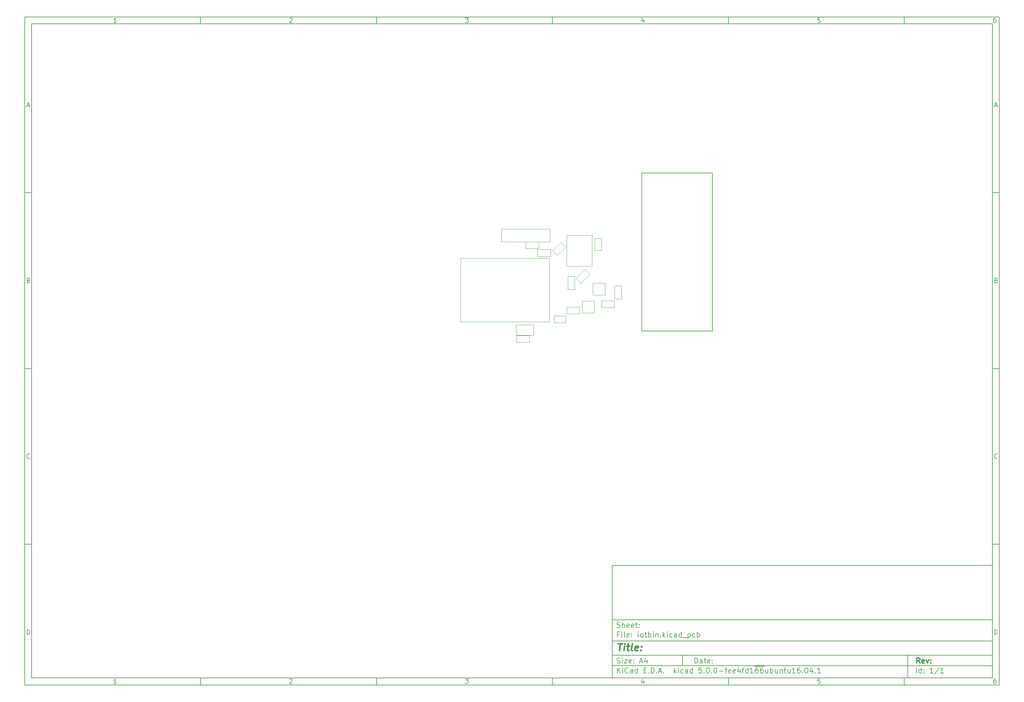
<source format=gbr>
G04 #@! TF.GenerationSoftware,KiCad,Pcbnew,5.0.0-fee4fd1~66~ubuntu16.04.1*
G04 #@! TF.CreationDate,2018-09-18T23:27:24+02:00*
G04 #@! TF.ProjectId,iotbin,696F7462696E2E6B696361645F706362,rev?*
G04 #@! TF.SameCoordinates,Original*
G04 #@! TF.FileFunction,Other,User*
%FSLAX46Y46*%
G04 Gerber Fmt 4.6, Leading zero omitted, Abs format (unit mm)*
G04 Created by KiCad (PCBNEW 5.0.0-fee4fd1~66~ubuntu16.04.1) date Tue Sep 18 23:27:24 2018*
%MOMM*%
%LPD*%
G01*
G04 APERTURE LIST*
%ADD10C,0.100000*%
%ADD11C,0.150000*%
%ADD12C,0.300000*%
%ADD13C,0.400000*%
%ADD14C,0.050000*%
G04 APERTURE END LIST*
D10*
D11*
X177002200Y-166007200D02*
X177002200Y-198007200D01*
X285002200Y-198007200D01*
X285002200Y-166007200D01*
X177002200Y-166007200D01*
D10*
D11*
X10000000Y-10000000D02*
X10000000Y-200007200D01*
X287002200Y-200007200D01*
X287002200Y-10000000D01*
X10000000Y-10000000D01*
D10*
D11*
X12000000Y-12000000D02*
X12000000Y-198007200D01*
X285002200Y-198007200D01*
X285002200Y-12000000D01*
X12000000Y-12000000D01*
D10*
D11*
X60000000Y-12000000D02*
X60000000Y-10000000D01*
D10*
D11*
X110000000Y-12000000D02*
X110000000Y-10000000D01*
D10*
D11*
X160000000Y-12000000D02*
X160000000Y-10000000D01*
D10*
D11*
X210000000Y-12000000D02*
X210000000Y-10000000D01*
D10*
D11*
X260000000Y-12000000D02*
X260000000Y-10000000D01*
D10*
D11*
X36065476Y-11588095D02*
X35322619Y-11588095D01*
X35694047Y-11588095D02*
X35694047Y-10288095D01*
X35570238Y-10473809D01*
X35446428Y-10597619D01*
X35322619Y-10659523D01*
D10*
D11*
X85322619Y-10411904D02*
X85384523Y-10350000D01*
X85508333Y-10288095D01*
X85817857Y-10288095D01*
X85941666Y-10350000D01*
X86003571Y-10411904D01*
X86065476Y-10535714D01*
X86065476Y-10659523D01*
X86003571Y-10845238D01*
X85260714Y-11588095D01*
X86065476Y-11588095D01*
D10*
D11*
X135260714Y-10288095D02*
X136065476Y-10288095D01*
X135632142Y-10783333D01*
X135817857Y-10783333D01*
X135941666Y-10845238D01*
X136003571Y-10907142D01*
X136065476Y-11030952D01*
X136065476Y-11340476D01*
X136003571Y-11464285D01*
X135941666Y-11526190D01*
X135817857Y-11588095D01*
X135446428Y-11588095D01*
X135322619Y-11526190D01*
X135260714Y-11464285D01*
D10*
D11*
X185941666Y-10721428D02*
X185941666Y-11588095D01*
X185632142Y-10226190D02*
X185322619Y-11154761D01*
X186127380Y-11154761D01*
D10*
D11*
X236003571Y-10288095D02*
X235384523Y-10288095D01*
X235322619Y-10907142D01*
X235384523Y-10845238D01*
X235508333Y-10783333D01*
X235817857Y-10783333D01*
X235941666Y-10845238D01*
X236003571Y-10907142D01*
X236065476Y-11030952D01*
X236065476Y-11340476D01*
X236003571Y-11464285D01*
X235941666Y-11526190D01*
X235817857Y-11588095D01*
X235508333Y-11588095D01*
X235384523Y-11526190D01*
X235322619Y-11464285D01*
D10*
D11*
X285941666Y-10288095D02*
X285694047Y-10288095D01*
X285570238Y-10350000D01*
X285508333Y-10411904D01*
X285384523Y-10597619D01*
X285322619Y-10845238D01*
X285322619Y-11340476D01*
X285384523Y-11464285D01*
X285446428Y-11526190D01*
X285570238Y-11588095D01*
X285817857Y-11588095D01*
X285941666Y-11526190D01*
X286003571Y-11464285D01*
X286065476Y-11340476D01*
X286065476Y-11030952D01*
X286003571Y-10907142D01*
X285941666Y-10845238D01*
X285817857Y-10783333D01*
X285570238Y-10783333D01*
X285446428Y-10845238D01*
X285384523Y-10907142D01*
X285322619Y-11030952D01*
D10*
D11*
X60000000Y-198007200D02*
X60000000Y-200007200D01*
D10*
D11*
X110000000Y-198007200D02*
X110000000Y-200007200D01*
D10*
D11*
X160000000Y-198007200D02*
X160000000Y-200007200D01*
D10*
D11*
X210000000Y-198007200D02*
X210000000Y-200007200D01*
D10*
D11*
X260000000Y-198007200D02*
X260000000Y-200007200D01*
D10*
D11*
X36065476Y-199595295D02*
X35322619Y-199595295D01*
X35694047Y-199595295D02*
X35694047Y-198295295D01*
X35570238Y-198481009D01*
X35446428Y-198604819D01*
X35322619Y-198666723D01*
D10*
D11*
X85322619Y-198419104D02*
X85384523Y-198357200D01*
X85508333Y-198295295D01*
X85817857Y-198295295D01*
X85941666Y-198357200D01*
X86003571Y-198419104D01*
X86065476Y-198542914D01*
X86065476Y-198666723D01*
X86003571Y-198852438D01*
X85260714Y-199595295D01*
X86065476Y-199595295D01*
D10*
D11*
X135260714Y-198295295D02*
X136065476Y-198295295D01*
X135632142Y-198790533D01*
X135817857Y-198790533D01*
X135941666Y-198852438D01*
X136003571Y-198914342D01*
X136065476Y-199038152D01*
X136065476Y-199347676D01*
X136003571Y-199471485D01*
X135941666Y-199533390D01*
X135817857Y-199595295D01*
X135446428Y-199595295D01*
X135322619Y-199533390D01*
X135260714Y-199471485D01*
D10*
D11*
X185941666Y-198728628D02*
X185941666Y-199595295D01*
X185632142Y-198233390D02*
X185322619Y-199161961D01*
X186127380Y-199161961D01*
D10*
D11*
X236003571Y-198295295D02*
X235384523Y-198295295D01*
X235322619Y-198914342D01*
X235384523Y-198852438D01*
X235508333Y-198790533D01*
X235817857Y-198790533D01*
X235941666Y-198852438D01*
X236003571Y-198914342D01*
X236065476Y-199038152D01*
X236065476Y-199347676D01*
X236003571Y-199471485D01*
X235941666Y-199533390D01*
X235817857Y-199595295D01*
X235508333Y-199595295D01*
X235384523Y-199533390D01*
X235322619Y-199471485D01*
D10*
D11*
X285941666Y-198295295D02*
X285694047Y-198295295D01*
X285570238Y-198357200D01*
X285508333Y-198419104D01*
X285384523Y-198604819D01*
X285322619Y-198852438D01*
X285322619Y-199347676D01*
X285384523Y-199471485D01*
X285446428Y-199533390D01*
X285570238Y-199595295D01*
X285817857Y-199595295D01*
X285941666Y-199533390D01*
X286003571Y-199471485D01*
X286065476Y-199347676D01*
X286065476Y-199038152D01*
X286003571Y-198914342D01*
X285941666Y-198852438D01*
X285817857Y-198790533D01*
X285570238Y-198790533D01*
X285446428Y-198852438D01*
X285384523Y-198914342D01*
X285322619Y-199038152D01*
D10*
D11*
X10000000Y-60000000D02*
X12000000Y-60000000D01*
D10*
D11*
X10000000Y-110000000D02*
X12000000Y-110000000D01*
D10*
D11*
X10000000Y-160000000D02*
X12000000Y-160000000D01*
D10*
D11*
X10690476Y-35216666D02*
X11309523Y-35216666D01*
X10566666Y-35588095D02*
X11000000Y-34288095D01*
X11433333Y-35588095D01*
D10*
D11*
X11092857Y-84907142D02*
X11278571Y-84969047D01*
X11340476Y-85030952D01*
X11402380Y-85154761D01*
X11402380Y-85340476D01*
X11340476Y-85464285D01*
X11278571Y-85526190D01*
X11154761Y-85588095D01*
X10659523Y-85588095D01*
X10659523Y-84288095D01*
X11092857Y-84288095D01*
X11216666Y-84350000D01*
X11278571Y-84411904D01*
X11340476Y-84535714D01*
X11340476Y-84659523D01*
X11278571Y-84783333D01*
X11216666Y-84845238D01*
X11092857Y-84907142D01*
X10659523Y-84907142D01*
D10*
D11*
X11402380Y-135464285D02*
X11340476Y-135526190D01*
X11154761Y-135588095D01*
X11030952Y-135588095D01*
X10845238Y-135526190D01*
X10721428Y-135402380D01*
X10659523Y-135278571D01*
X10597619Y-135030952D01*
X10597619Y-134845238D01*
X10659523Y-134597619D01*
X10721428Y-134473809D01*
X10845238Y-134350000D01*
X11030952Y-134288095D01*
X11154761Y-134288095D01*
X11340476Y-134350000D01*
X11402380Y-134411904D01*
D10*
D11*
X10659523Y-185588095D02*
X10659523Y-184288095D01*
X10969047Y-184288095D01*
X11154761Y-184350000D01*
X11278571Y-184473809D01*
X11340476Y-184597619D01*
X11402380Y-184845238D01*
X11402380Y-185030952D01*
X11340476Y-185278571D01*
X11278571Y-185402380D01*
X11154761Y-185526190D01*
X10969047Y-185588095D01*
X10659523Y-185588095D01*
D10*
D11*
X287002200Y-60000000D02*
X285002200Y-60000000D01*
D10*
D11*
X287002200Y-110000000D02*
X285002200Y-110000000D01*
D10*
D11*
X287002200Y-160000000D02*
X285002200Y-160000000D01*
D10*
D11*
X285692676Y-35216666D02*
X286311723Y-35216666D01*
X285568866Y-35588095D02*
X286002200Y-34288095D01*
X286435533Y-35588095D01*
D10*
D11*
X286095057Y-84907142D02*
X286280771Y-84969047D01*
X286342676Y-85030952D01*
X286404580Y-85154761D01*
X286404580Y-85340476D01*
X286342676Y-85464285D01*
X286280771Y-85526190D01*
X286156961Y-85588095D01*
X285661723Y-85588095D01*
X285661723Y-84288095D01*
X286095057Y-84288095D01*
X286218866Y-84350000D01*
X286280771Y-84411904D01*
X286342676Y-84535714D01*
X286342676Y-84659523D01*
X286280771Y-84783333D01*
X286218866Y-84845238D01*
X286095057Y-84907142D01*
X285661723Y-84907142D01*
D10*
D11*
X286404580Y-135464285D02*
X286342676Y-135526190D01*
X286156961Y-135588095D01*
X286033152Y-135588095D01*
X285847438Y-135526190D01*
X285723628Y-135402380D01*
X285661723Y-135278571D01*
X285599819Y-135030952D01*
X285599819Y-134845238D01*
X285661723Y-134597619D01*
X285723628Y-134473809D01*
X285847438Y-134350000D01*
X286033152Y-134288095D01*
X286156961Y-134288095D01*
X286342676Y-134350000D01*
X286404580Y-134411904D01*
D10*
D11*
X285661723Y-185588095D02*
X285661723Y-184288095D01*
X285971247Y-184288095D01*
X286156961Y-184350000D01*
X286280771Y-184473809D01*
X286342676Y-184597619D01*
X286404580Y-184845238D01*
X286404580Y-185030952D01*
X286342676Y-185278571D01*
X286280771Y-185402380D01*
X286156961Y-185526190D01*
X285971247Y-185588095D01*
X285661723Y-185588095D01*
D10*
D11*
X200434342Y-193785771D02*
X200434342Y-192285771D01*
X200791485Y-192285771D01*
X201005771Y-192357200D01*
X201148628Y-192500057D01*
X201220057Y-192642914D01*
X201291485Y-192928628D01*
X201291485Y-193142914D01*
X201220057Y-193428628D01*
X201148628Y-193571485D01*
X201005771Y-193714342D01*
X200791485Y-193785771D01*
X200434342Y-193785771D01*
X202577200Y-193785771D02*
X202577200Y-193000057D01*
X202505771Y-192857200D01*
X202362914Y-192785771D01*
X202077200Y-192785771D01*
X201934342Y-192857200D01*
X202577200Y-193714342D02*
X202434342Y-193785771D01*
X202077200Y-193785771D01*
X201934342Y-193714342D01*
X201862914Y-193571485D01*
X201862914Y-193428628D01*
X201934342Y-193285771D01*
X202077200Y-193214342D01*
X202434342Y-193214342D01*
X202577200Y-193142914D01*
X203077200Y-192785771D02*
X203648628Y-192785771D01*
X203291485Y-192285771D02*
X203291485Y-193571485D01*
X203362914Y-193714342D01*
X203505771Y-193785771D01*
X203648628Y-193785771D01*
X204720057Y-193714342D02*
X204577200Y-193785771D01*
X204291485Y-193785771D01*
X204148628Y-193714342D01*
X204077200Y-193571485D01*
X204077200Y-193000057D01*
X204148628Y-192857200D01*
X204291485Y-192785771D01*
X204577200Y-192785771D01*
X204720057Y-192857200D01*
X204791485Y-193000057D01*
X204791485Y-193142914D01*
X204077200Y-193285771D01*
X205434342Y-193642914D02*
X205505771Y-193714342D01*
X205434342Y-193785771D01*
X205362914Y-193714342D01*
X205434342Y-193642914D01*
X205434342Y-193785771D01*
X205434342Y-192857200D02*
X205505771Y-192928628D01*
X205434342Y-193000057D01*
X205362914Y-192928628D01*
X205434342Y-192857200D01*
X205434342Y-193000057D01*
D10*
D11*
X177002200Y-194507200D02*
X285002200Y-194507200D01*
D10*
D11*
X178434342Y-196585771D02*
X178434342Y-195085771D01*
X179291485Y-196585771D02*
X178648628Y-195728628D01*
X179291485Y-195085771D02*
X178434342Y-195942914D01*
X179934342Y-196585771D02*
X179934342Y-195585771D01*
X179934342Y-195085771D02*
X179862914Y-195157200D01*
X179934342Y-195228628D01*
X180005771Y-195157200D01*
X179934342Y-195085771D01*
X179934342Y-195228628D01*
X181505771Y-196442914D02*
X181434342Y-196514342D01*
X181220057Y-196585771D01*
X181077200Y-196585771D01*
X180862914Y-196514342D01*
X180720057Y-196371485D01*
X180648628Y-196228628D01*
X180577200Y-195942914D01*
X180577200Y-195728628D01*
X180648628Y-195442914D01*
X180720057Y-195300057D01*
X180862914Y-195157200D01*
X181077200Y-195085771D01*
X181220057Y-195085771D01*
X181434342Y-195157200D01*
X181505771Y-195228628D01*
X182791485Y-196585771D02*
X182791485Y-195800057D01*
X182720057Y-195657200D01*
X182577200Y-195585771D01*
X182291485Y-195585771D01*
X182148628Y-195657200D01*
X182791485Y-196514342D02*
X182648628Y-196585771D01*
X182291485Y-196585771D01*
X182148628Y-196514342D01*
X182077200Y-196371485D01*
X182077200Y-196228628D01*
X182148628Y-196085771D01*
X182291485Y-196014342D01*
X182648628Y-196014342D01*
X182791485Y-195942914D01*
X184148628Y-196585771D02*
X184148628Y-195085771D01*
X184148628Y-196514342D02*
X184005771Y-196585771D01*
X183720057Y-196585771D01*
X183577200Y-196514342D01*
X183505771Y-196442914D01*
X183434342Y-196300057D01*
X183434342Y-195871485D01*
X183505771Y-195728628D01*
X183577200Y-195657200D01*
X183720057Y-195585771D01*
X184005771Y-195585771D01*
X184148628Y-195657200D01*
X186005771Y-195800057D02*
X186505771Y-195800057D01*
X186720057Y-196585771D02*
X186005771Y-196585771D01*
X186005771Y-195085771D01*
X186720057Y-195085771D01*
X187362914Y-196442914D02*
X187434342Y-196514342D01*
X187362914Y-196585771D01*
X187291485Y-196514342D01*
X187362914Y-196442914D01*
X187362914Y-196585771D01*
X188077200Y-196585771D02*
X188077200Y-195085771D01*
X188434342Y-195085771D01*
X188648628Y-195157200D01*
X188791485Y-195300057D01*
X188862914Y-195442914D01*
X188934342Y-195728628D01*
X188934342Y-195942914D01*
X188862914Y-196228628D01*
X188791485Y-196371485D01*
X188648628Y-196514342D01*
X188434342Y-196585771D01*
X188077200Y-196585771D01*
X189577200Y-196442914D02*
X189648628Y-196514342D01*
X189577200Y-196585771D01*
X189505771Y-196514342D01*
X189577200Y-196442914D01*
X189577200Y-196585771D01*
X190220057Y-196157200D02*
X190934342Y-196157200D01*
X190077200Y-196585771D02*
X190577200Y-195085771D01*
X191077200Y-196585771D01*
X191577200Y-196442914D02*
X191648628Y-196514342D01*
X191577200Y-196585771D01*
X191505771Y-196514342D01*
X191577200Y-196442914D01*
X191577200Y-196585771D01*
X194577200Y-196585771D02*
X194577200Y-195085771D01*
X194720057Y-196014342D02*
X195148628Y-196585771D01*
X195148628Y-195585771D02*
X194577200Y-196157200D01*
X195791485Y-196585771D02*
X195791485Y-195585771D01*
X195791485Y-195085771D02*
X195720057Y-195157200D01*
X195791485Y-195228628D01*
X195862914Y-195157200D01*
X195791485Y-195085771D01*
X195791485Y-195228628D01*
X197148628Y-196514342D02*
X197005771Y-196585771D01*
X196720057Y-196585771D01*
X196577200Y-196514342D01*
X196505771Y-196442914D01*
X196434342Y-196300057D01*
X196434342Y-195871485D01*
X196505771Y-195728628D01*
X196577200Y-195657200D01*
X196720057Y-195585771D01*
X197005771Y-195585771D01*
X197148628Y-195657200D01*
X198434342Y-196585771D02*
X198434342Y-195800057D01*
X198362914Y-195657200D01*
X198220057Y-195585771D01*
X197934342Y-195585771D01*
X197791485Y-195657200D01*
X198434342Y-196514342D02*
X198291485Y-196585771D01*
X197934342Y-196585771D01*
X197791485Y-196514342D01*
X197720057Y-196371485D01*
X197720057Y-196228628D01*
X197791485Y-196085771D01*
X197934342Y-196014342D01*
X198291485Y-196014342D01*
X198434342Y-195942914D01*
X199791485Y-196585771D02*
X199791485Y-195085771D01*
X199791485Y-196514342D02*
X199648628Y-196585771D01*
X199362914Y-196585771D01*
X199220057Y-196514342D01*
X199148628Y-196442914D01*
X199077200Y-196300057D01*
X199077200Y-195871485D01*
X199148628Y-195728628D01*
X199220057Y-195657200D01*
X199362914Y-195585771D01*
X199648628Y-195585771D01*
X199791485Y-195657200D01*
X202362914Y-195085771D02*
X201648628Y-195085771D01*
X201577200Y-195800057D01*
X201648628Y-195728628D01*
X201791485Y-195657200D01*
X202148628Y-195657200D01*
X202291485Y-195728628D01*
X202362914Y-195800057D01*
X202434342Y-195942914D01*
X202434342Y-196300057D01*
X202362914Y-196442914D01*
X202291485Y-196514342D01*
X202148628Y-196585771D01*
X201791485Y-196585771D01*
X201648628Y-196514342D01*
X201577200Y-196442914D01*
X203077200Y-196442914D02*
X203148628Y-196514342D01*
X203077200Y-196585771D01*
X203005771Y-196514342D01*
X203077200Y-196442914D01*
X203077200Y-196585771D01*
X204077200Y-195085771D02*
X204220057Y-195085771D01*
X204362914Y-195157200D01*
X204434342Y-195228628D01*
X204505771Y-195371485D01*
X204577200Y-195657200D01*
X204577200Y-196014342D01*
X204505771Y-196300057D01*
X204434342Y-196442914D01*
X204362914Y-196514342D01*
X204220057Y-196585771D01*
X204077200Y-196585771D01*
X203934342Y-196514342D01*
X203862914Y-196442914D01*
X203791485Y-196300057D01*
X203720057Y-196014342D01*
X203720057Y-195657200D01*
X203791485Y-195371485D01*
X203862914Y-195228628D01*
X203934342Y-195157200D01*
X204077200Y-195085771D01*
X205220057Y-196442914D02*
X205291485Y-196514342D01*
X205220057Y-196585771D01*
X205148628Y-196514342D01*
X205220057Y-196442914D01*
X205220057Y-196585771D01*
X206220057Y-195085771D02*
X206362914Y-195085771D01*
X206505771Y-195157200D01*
X206577200Y-195228628D01*
X206648628Y-195371485D01*
X206720057Y-195657200D01*
X206720057Y-196014342D01*
X206648628Y-196300057D01*
X206577200Y-196442914D01*
X206505771Y-196514342D01*
X206362914Y-196585771D01*
X206220057Y-196585771D01*
X206077200Y-196514342D01*
X206005771Y-196442914D01*
X205934342Y-196300057D01*
X205862914Y-196014342D01*
X205862914Y-195657200D01*
X205934342Y-195371485D01*
X206005771Y-195228628D01*
X206077200Y-195157200D01*
X206220057Y-195085771D01*
X207362914Y-196014342D02*
X208505771Y-196014342D01*
X209005771Y-195585771D02*
X209577200Y-195585771D01*
X209220057Y-196585771D02*
X209220057Y-195300057D01*
X209291485Y-195157200D01*
X209434342Y-195085771D01*
X209577200Y-195085771D01*
X210648628Y-196514342D02*
X210505771Y-196585771D01*
X210220057Y-196585771D01*
X210077200Y-196514342D01*
X210005771Y-196371485D01*
X210005771Y-195800057D01*
X210077200Y-195657200D01*
X210220057Y-195585771D01*
X210505771Y-195585771D01*
X210648628Y-195657200D01*
X210720057Y-195800057D01*
X210720057Y-195942914D01*
X210005771Y-196085771D01*
X211934342Y-196514342D02*
X211791485Y-196585771D01*
X211505771Y-196585771D01*
X211362914Y-196514342D01*
X211291485Y-196371485D01*
X211291485Y-195800057D01*
X211362914Y-195657200D01*
X211505771Y-195585771D01*
X211791485Y-195585771D01*
X211934342Y-195657200D01*
X212005771Y-195800057D01*
X212005771Y-195942914D01*
X211291485Y-196085771D01*
X213291485Y-195585771D02*
X213291485Y-196585771D01*
X212934342Y-195014342D02*
X212577200Y-196085771D01*
X213505771Y-196085771D01*
X213862914Y-195585771D02*
X214434342Y-195585771D01*
X214077200Y-196585771D02*
X214077200Y-195300057D01*
X214148628Y-195157200D01*
X214291485Y-195085771D01*
X214434342Y-195085771D01*
X215577200Y-196585771D02*
X215577200Y-195085771D01*
X215577200Y-196514342D02*
X215434342Y-196585771D01*
X215148628Y-196585771D01*
X215005771Y-196514342D01*
X214934342Y-196442914D01*
X214862914Y-196300057D01*
X214862914Y-195871485D01*
X214934342Y-195728628D01*
X215005771Y-195657200D01*
X215148628Y-195585771D01*
X215434342Y-195585771D01*
X215577200Y-195657200D01*
X217077200Y-196585771D02*
X216220057Y-196585771D01*
X216648628Y-196585771D02*
X216648628Y-195085771D01*
X216505771Y-195300057D01*
X216362914Y-195442914D01*
X216220057Y-195514342D01*
X217362914Y-194677200D02*
X218791485Y-194677200D01*
X218362914Y-195085771D02*
X218077200Y-195085771D01*
X217934342Y-195157200D01*
X217862914Y-195228628D01*
X217720057Y-195442914D01*
X217648628Y-195728628D01*
X217648628Y-196300057D01*
X217720057Y-196442914D01*
X217791485Y-196514342D01*
X217934342Y-196585771D01*
X218220057Y-196585771D01*
X218362914Y-196514342D01*
X218434342Y-196442914D01*
X218505771Y-196300057D01*
X218505771Y-195942914D01*
X218434342Y-195800057D01*
X218362914Y-195728628D01*
X218220057Y-195657200D01*
X217934342Y-195657200D01*
X217791485Y-195728628D01*
X217720057Y-195800057D01*
X217648628Y-195942914D01*
X218791485Y-194677200D02*
X220220057Y-194677200D01*
X219791485Y-195085771D02*
X219505771Y-195085771D01*
X219362914Y-195157200D01*
X219291485Y-195228628D01*
X219148628Y-195442914D01*
X219077200Y-195728628D01*
X219077200Y-196300057D01*
X219148628Y-196442914D01*
X219220057Y-196514342D01*
X219362914Y-196585771D01*
X219648628Y-196585771D01*
X219791485Y-196514342D01*
X219862914Y-196442914D01*
X219934342Y-196300057D01*
X219934342Y-195942914D01*
X219862914Y-195800057D01*
X219791485Y-195728628D01*
X219648628Y-195657200D01*
X219362914Y-195657200D01*
X219220057Y-195728628D01*
X219148628Y-195800057D01*
X219077200Y-195942914D01*
X221220057Y-195585771D02*
X221220057Y-196585771D01*
X220577200Y-195585771D02*
X220577200Y-196371485D01*
X220648628Y-196514342D01*
X220791485Y-196585771D01*
X221005771Y-196585771D01*
X221148628Y-196514342D01*
X221220057Y-196442914D01*
X221934342Y-196585771D02*
X221934342Y-195085771D01*
X221934342Y-195657200D02*
X222077200Y-195585771D01*
X222362914Y-195585771D01*
X222505771Y-195657200D01*
X222577200Y-195728628D01*
X222648628Y-195871485D01*
X222648628Y-196300057D01*
X222577200Y-196442914D01*
X222505771Y-196514342D01*
X222362914Y-196585771D01*
X222077200Y-196585771D01*
X221934342Y-196514342D01*
X223934342Y-195585771D02*
X223934342Y-196585771D01*
X223291485Y-195585771D02*
X223291485Y-196371485D01*
X223362914Y-196514342D01*
X223505771Y-196585771D01*
X223720057Y-196585771D01*
X223862914Y-196514342D01*
X223934342Y-196442914D01*
X224648628Y-195585771D02*
X224648628Y-196585771D01*
X224648628Y-195728628D02*
X224720057Y-195657200D01*
X224862914Y-195585771D01*
X225077200Y-195585771D01*
X225220057Y-195657200D01*
X225291485Y-195800057D01*
X225291485Y-196585771D01*
X225791485Y-195585771D02*
X226362914Y-195585771D01*
X226005771Y-195085771D02*
X226005771Y-196371485D01*
X226077200Y-196514342D01*
X226220057Y-196585771D01*
X226362914Y-196585771D01*
X227505771Y-195585771D02*
X227505771Y-196585771D01*
X226862914Y-195585771D02*
X226862914Y-196371485D01*
X226934342Y-196514342D01*
X227077200Y-196585771D01*
X227291485Y-196585771D01*
X227434342Y-196514342D01*
X227505771Y-196442914D01*
X229005771Y-196585771D02*
X228148628Y-196585771D01*
X228577200Y-196585771D02*
X228577200Y-195085771D01*
X228434342Y-195300057D01*
X228291485Y-195442914D01*
X228148628Y-195514342D01*
X230291485Y-195085771D02*
X230005771Y-195085771D01*
X229862914Y-195157200D01*
X229791485Y-195228628D01*
X229648628Y-195442914D01*
X229577200Y-195728628D01*
X229577200Y-196300057D01*
X229648628Y-196442914D01*
X229720057Y-196514342D01*
X229862914Y-196585771D01*
X230148628Y-196585771D01*
X230291485Y-196514342D01*
X230362914Y-196442914D01*
X230434342Y-196300057D01*
X230434342Y-195942914D01*
X230362914Y-195800057D01*
X230291485Y-195728628D01*
X230148628Y-195657200D01*
X229862914Y-195657200D01*
X229720057Y-195728628D01*
X229648628Y-195800057D01*
X229577200Y-195942914D01*
X231077200Y-196442914D02*
X231148628Y-196514342D01*
X231077200Y-196585771D01*
X231005771Y-196514342D01*
X231077200Y-196442914D01*
X231077200Y-196585771D01*
X232077200Y-195085771D02*
X232220057Y-195085771D01*
X232362914Y-195157200D01*
X232434342Y-195228628D01*
X232505771Y-195371485D01*
X232577200Y-195657200D01*
X232577200Y-196014342D01*
X232505771Y-196300057D01*
X232434342Y-196442914D01*
X232362914Y-196514342D01*
X232220057Y-196585771D01*
X232077200Y-196585771D01*
X231934342Y-196514342D01*
X231862914Y-196442914D01*
X231791485Y-196300057D01*
X231720057Y-196014342D01*
X231720057Y-195657200D01*
X231791485Y-195371485D01*
X231862914Y-195228628D01*
X231934342Y-195157200D01*
X232077200Y-195085771D01*
X233862914Y-195585771D02*
X233862914Y-196585771D01*
X233505771Y-195014342D02*
X233148628Y-196085771D01*
X234077200Y-196085771D01*
X234648628Y-196442914D02*
X234720057Y-196514342D01*
X234648628Y-196585771D01*
X234577200Y-196514342D01*
X234648628Y-196442914D01*
X234648628Y-196585771D01*
X236148628Y-196585771D02*
X235291485Y-196585771D01*
X235720057Y-196585771D02*
X235720057Y-195085771D01*
X235577200Y-195300057D01*
X235434342Y-195442914D01*
X235291485Y-195514342D01*
D10*
D11*
X177002200Y-191507200D02*
X285002200Y-191507200D01*
D10*
D12*
X264411485Y-193785771D02*
X263911485Y-193071485D01*
X263554342Y-193785771D02*
X263554342Y-192285771D01*
X264125771Y-192285771D01*
X264268628Y-192357200D01*
X264340057Y-192428628D01*
X264411485Y-192571485D01*
X264411485Y-192785771D01*
X264340057Y-192928628D01*
X264268628Y-193000057D01*
X264125771Y-193071485D01*
X263554342Y-193071485D01*
X265625771Y-193714342D02*
X265482914Y-193785771D01*
X265197200Y-193785771D01*
X265054342Y-193714342D01*
X264982914Y-193571485D01*
X264982914Y-193000057D01*
X265054342Y-192857200D01*
X265197200Y-192785771D01*
X265482914Y-192785771D01*
X265625771Y-192857200D01*
X265697200Y-193000057D01*
X265697200Y-193142914D01*
X264982914Y-193285771D01*
X266197200Y-192785771D02*
X266554342Y-193785771D01*
X266911485Y-192785771D01*
X267482914Y-193642914D02*
X267554342Y-193714342D01*
X267482914Y-193785771D01*
X267411485Y-193714342D01*
X267482914Y-193642914D01*
X267482914Y-193785771D01*
X267482914Y-192857200D02*
X267554342Y-192928628D01*
X267482914Y-193000057D01*
X267411485Y-192928628D01*
X267482914Y-192857200D01*
X267482914Y-193000057D01*
D10*
D11*
X178362914Y-193714342D02*
X178577200Y-193785771D01*
X178934342Y-193785771D01*
X179077200Y-193714342D01*
X179148628Y-193642914D01*
X179220057Y-193500057D01*
X179220057Y-193357200D01*
X179148628Y-193214342D01*
X179077200Y-193142914D01*
X178934342Y-193071485D01*
X178648628Y-193000057D01*
X178505771Y-192928628D01*
X178434342Y-192857200D01*
X178362914Y-192714342D01*
X178362914Y-192571485D01*
X178434342Y-192428628D01*
X178505771Y-192357200D01*
X178648628Y-192285771D01*
X179005771Y-192285771D01*
X179220057Y-192357200D01*
X179862914Y-193785771D02*
X179862914Y-192785771D01*
X179862914Y-192285771D02*
X179791485Y-192357200D01*
X179862914Y-192428628D01*
X179934342Y-192357200D01*
X179862914Y-192285771D01*
X179862914Y-192428628D01*
X180434342Y-192785771D02*
X181220057Y-192785771D01*
X180434342Y-193785771D01*
X181220057Y-193785771D01*
X182362914Y-193714342D02*
X182220057Y-193785771D01*
X181934342Y-193785771D01*
X181791485Y-193714342D01*
X181720057Y-193571485D01*
X181720057Y-193000057D01*
X181791485Y-192857200D01*
X181934342Y-192785771D01*
X182220057Y-192785771D01*
X182362914Y-192857200D01*
X182434342Y-193000057D01*
X182434342Y-193142914D01*
X181720057Y-193285771D01*
X183077200Y-193642914D02*
X183148628Y-193714342D01*
X183077200Y-193785771D01*
X183005771Y-193714342D01*
X183077200Y-193642914D01*
X183077200Y-193785771D01*
X183077200Y-192857200D02*
X183148628Y-192928628D01*
X183077200Y-193000057D01*
X183005771Y-192928628D01*
X183077200Y-192857200D01*
X183077200Y-193000057D01*
X184862914Y-193357200D02*
X185577200Y-193357200D01*
X184720057Y-193785771D02*
X185220057Y-192285771D01*
X185720057Y-193785771D01*
X186862914Y-192785771D02*
X186862914Y-193785771D01*
X186505771Y-192214342D02*
X186148628Y-193285771D01*
X187077200Y-193285771D01*
D10*
D11*
X263434342Y-196585771D02*
X263434342Y-195085771D01*
X264791485Y-196585771D02*
X264791485Y-195085771D01*
X264791485Y-196514342D02*
X264648628Y-196585771D01*
X264362914Y-196585771D01*
X264220057Y-196514342D01*
X264148628Y-196442914D01*
X264077200Y-196300057D01*
X264077200Y-195871485D01*
X264148628Y-195728628D01*
X264220057Y-195657200D01*
X264362914Y-195585771D01*
X264648628Y-195585771D01*
X264791485Y-195657200D01*
X265505771Y-196442914D02*
X265577200Y-196514342D01*
X265505771Y-196585771D01*
X265434342Y-196514342D01*
X265505771Y-196442914D01*
X265505771Y-196585771D01*
X265505771Y-195657200D02*
X265577200Y-195728628D01*
X265505771Y-195800057D01*
X265434342Y-195728628D01*
X265505771Y-195657200D01*
X265505771Y-195800057D01*
X268148628Y-196585771D02*
X267291485Y-196585771D01*
X267720057Y-196585771D02*
X267720057Y-195085771D01*
X267577200Y-195300057D01*
X267434342Y-195442914D01*
X267291485Y-195514342D01*
X269862914Y-195014342D02*
X268577200Y-196942914D01*
X271148628Y-196585771D02*
X270291485Y-196585771D01*
X270720057Y-196585771D02*
X270720057Y-195085771D01*
X270577200Y-195300057D01*
X270434342Y-195442914D01*
X270291485Y-195514342D01*
D10*
D11*
X177002200Y-187507200D02*
X285002200Y-187507200D01*
D10*
D13*
X178714580Y-188211961D02*
X179857438Y-188211961D01*
X179036009Y-190211961D02*
X179286009Y-188211961D01*
X180274104Y-190211961D02*
X180440771Y-188878628D01*
X180524104Y-188211961D02*
X180416961Y-188307200D01*
X180500295Y-188402438D01*
X180607438Y-188307200D01*
X180524104Y-188211961D01*
X180500295Y-188402438D01*
X181107438Y-188878628D02*
X181869342Y-188878628D01*
X181476485Y-188211961D02*
X181262200Y-189926247D01*
X181333628Y-190116723D01*
X181512200Y-190211961D01*
X181702676Y-190211961D01*
X182655057Y-190211961D02*
X182476485Y-190116723D01*
X182405057Y-189926247D01*
X182619342Y-188211961D01*
X184190771Y-190116723D02*
X183988390Y-190211961D01*
X183607438Y-190211961D01*
X183428866Y-190116723D01*
X183357438Y-189926247D01*
X183452676Y-189164342D01*
X183571723Y-188973866D01*
X183774104Y-188878628D01*
X184155057Y-188878628D01*
X184333628Y-188973866D01*
X184405057Y-189164342D01*
X184381247Y-189354819D01*
X183405057Y-189545295D01*
X185155057Y-190021485D02*
X185238390Y-190116723D01*
X185131247Y-190211961D01*
X185047914Y-190116723D01*
X185155057Y-190021485D01*
X185131247Y-190211961D01*
X185286009Y-188973866D02*
X185369342Y-189069104D01*
X185262200Y-189164342D01*
X185178866Y-189069104D01*
X185286009Y-188973866D01*
X185262200Y-189164342D01*
D10*
D11*
X178934342Y-185600057D02*
X178434342Y-185600057D01*
X178434342Y-186385771D02*
X178434342Y-184885771D01*
X179148628Y-184885771D01*
X179720057Y-186385771D02*
X179720057Y-185385771D01*
X179720057Y-184885771D02*
X179648628Y-184957200D01*
X179720057Y-185028628D01*
X179791485Y-184957200D01*
X179720057Y-184885771D01*
X179720057Y-185028628D01*
X180648628Y-186385771D02*
X180505771Y-186314342D01*
X180434342Y-186171485D01*
X180434342Y-184885771D01*
X181791485Y-186314342D02*
X181648628Y-186385771D01*
X181362914Y-186385771D01*
X181220057Y-186314342D01*
X181148628Y-186171485D01*
X181148628Y-185600057D01*
X181220057Y-185457200D01*
X181362914Y-185385771D01*
X181648628Y-185385771D01*
X181791485Y-185457200D01*
X181862914Y-185600057D01*
X181862914Y-185742914D01*
X181148628Y-185885771D01*
X182505771Y-186242914D02*
X182577200Y-186314342D01*
X182505771Y-186385771D01*
X182434342Y-186314342D01*
X182505771Y-186242914D01*
X182505771Y-186385771D01*
X182505771Y-185457200D02*
X182577200Y-185528628D01*
X182505771Y-185600057D01*
X182434342Y-185528628D01*
X182505771Y-185457200D01*
X182505771Y-185600057D01*
X184362914Y-186385771D02*
X184362914Y-185385771D01*
X184362914Y-184885771D02*
X184291485Y-184957200D01*
X184362914Y-185028628D01*
X184434342Y-184957200D01*
X184362914Y-184885771D01*
X184362914Y-185028628D01*
X185291485Y-186385771D02*
X185148628Y-186314342D01*
X185077200Y-186242914D01*
X185005771Y-186100057D01*
X185005771Y-185671485D01*
X185077200Y-185528628D01*
X185148628Y-185457200D01*
X185291485Y-185385771D01*
X185505771Y-185385771D01*
X185648628Y-185457200D01*
X185720057Y-185528628D01*
X185791485Y-185671485D01*
X185791485Y-186100057D01*
X185720057Y-186242914D01*
X185648628Y-186314342D01*
X185505771Y-186385771D01*
X185291485Y-186385771D01*
X186220057Y-185385771D02*
X186791485Y-185385771D01*
X186434342Y-184885771D02*
X186434342Y-186171485D01*
X186505771Y-186314342D01*
X186648628Y-186385771D01*
X186791485Y-186385771D01*
X187291485Y-186385771D02*
X187291485Y-184885771D01*
X187291485Y-185457200D02*
X187434342Y-185385771D01*
X187720057Y-185385771D01*
X187862914Y-185457200D01*
X187934342Y-185528628D01*
X188005771Y-185671485D01*
X188005771Y-186100057D01*
X187934342Y-186242914D01*
X187862914Y-186314342D01*
X187720057Y-186385771D01*
X187434342Y-186385771D01*
X187291485Y-186314342D01*
X188648628Y-186385771D02*
X188648628Y-185385771D01*
X188648628Y-184885771D02*
X188577200Y-184957200D01*
X188648628Y-185028628D01*
X188720057Y-184957200D01*
X188648628Y-184885771D01*
X188648628Y-185028628D01*
X189362914Y-185385771D02*
X189362914Y-186385771D01*
X189362914Y-185528628D02*
X189434342Y-185457200D01*
X189577200Y-185385771D01*
X189791485Y-185385771D01*
X189934342Y-185457200D01*
X190005771Y-185600057D01*
X190005771Y-186385771D01*
X190720057Y-186242914D02*
X190791485Y-186314342D01*
X190720057Y-186385771D01*
X190648628Y-186314342D01*
X190720057Y-186242914D01*
X190720057Y-186385771D01*
X191434342Y-186385771D02*
X191434342Y-184885771D01*
X191577200Y-185814342D02*
X192005771Y-186385771D01*
X192005771Y-185385771D02*
X191434342Y-185957200D01*
X192648628Y-186385771D02*
X192648628Y-185385771D01*
X192648628Y-184885771D02*
X192577200Y-184957200D01*
X192648628Y-185028628D01*
X192720057Y-184957200D01*
X192648628Y-184885771D01*
X192648628Y-185028628D01*
X194005771Y-186314342D02*
X193862914Y-186385771D01*
X193577200Y-186385771D01*
X193434342Y-186314342D01*
X193362914Y-186242914D01*
X193291485Y-186100057D01*
X193291485Y-185671485D01*
X193362914Y-185528628D01*
X193434342Y-185457200D01*
X193577200Y-185385771D01*
X193862914Y-185385771D01*
X194005771Y-185457200D01*
X195291485Y-186385771D02*
X195291485Y-185600057D01*
X195220057Y-185457200D01*
X195077200Y-185385771D01*
X194791485Y-185385771D01*
X194648628Y-185457200D01*
X195291485Y-186314342D02*
X195148628Y-186385771D01*
X194791485Y-186385771D01*
X194648628Y-186314342D01*
X194577200Y-186171485D01*
X194577200Y-186028628D01*
X194648628Y-185885771D01*
X194791485Y-185814342D01*
X195148628Y-185814342D01*
X195291485Y-185742914D01*
X196648628Y-186385771D02*
X196648628Y-184885771D01*
X196648628Y-186314342D02*
X196505771Y-186385771D01*
X196220057Y-186385771D01*
X196077200Y-186314342D01*
X196005771Y-186242914D01*
X195934342Y-186100057D01*
X195934342Y-185671485D01*
X196005771Y-185528628D01*
X196077200Y-185457200D01*
X196220057Y-185385771D01*
X196505771Y-185385771D01*
X196648628Y-185457200D01*
X197005771Y-186528628D02*
X198148628Y-186528628D01*
X198505771Y-185385771D02*
X198505771Y-186885771D01*
X198505771Y-185457200D02*
X198648628Y-185385771D01*
X198934342Y-185385771D01*
X199077200Y-185457200D01*
X199148628Y-185528628D01*
X199220057Y-185671485D01*
X199220057Y-186100057D01*
X199148628Y-186242914D01*
X199077200Y-186314342D01*
X198934342Y-186385771D01*
X198648628Y-186385771D01*
X198505771Y-186314342D01*
X200505771Y-186314342D02*
X200362914Y-186385771D01*
X200077200Y-186385771D01*
X199934342Y-186314342D01*
X199862914Y-186242914D01*
X199791485Y-186100057D01*
X199791485Y-185671485D01*
X199862914Y-185528628D01*
X199934342Y-185457200D01*
X200077200Y-185385771D01*
X200362914Y-185385771D01*
X200505771Y-185457200D01*
X201148628Y-186385771D02*
X201148628Y-184885771D01*
X201148628Y-185457200D02*
X201291485Y-185385771D01*
X201577200Y-185385771D01*
X201720057Y-185457200D01*
X201791485Y-185528628D01*
X201862914Y-185671485D01*
X201862914Y-186100057D01*
X201791485Y-186242914D01*
X201720057Y-186314342D01*
X201577200Y-186385771D01*
X201291485Y-186385771D01*
X201148628Y-186314342D01*
D10*
D11*
X177002200Y-181507200D02*
X285002200Y-181507200D01*
D10*
D11*
X178362914Y-183614342D02*
X178577200Y-183685771D01*
X178934342Y-183685771D01*
X179077200Y-183614342D01*
X179148628Y-183542914D01*
X179220057Y-183400057D01*
X179220057Y-183257200D01*
X179148628Y-183114342D01*
X179077200Y-183042914D01*
X178934342Y-182971485D01*
X178648628Y-182900057D01*
X178505771Y-182828628D01*
X178434342Y-182757200D01*
X178362914Y-182614342D01*
X178362914Y-182471485D01*
X178434342Y-182328628D01*
X178505771Y-182257200D01*
X178648628Y-182185771D01*
X179005771Y-182185771D01*
X179220057Y-182257200D01*
X179862914Y-183685771D02*
X179862914Y-182185771D01*
X180505771Y-183685771D02*
X180505771Y-182900057D01*
X180434342Y-182757200D01*
X180291485Y-182685771D01*
X180077200Y-182685771D01*
X179934342Y-182757200D01*
X179862914Y-182828628D01*
X181791485Y-183614342D02*
X181648628Y-183685771D01*
X181362914Y-183685771D01*
X181220057Y-183614342D01*
X181148628Y-183471485D01*
X181148628Y-182900057D01*
X181220057Y-182757200D01*
X181362914Y-182685771D01*
X181648628Y-182685771D01*
X181791485Y-182757200D01*
X181862914Y-182900057D01*
X181862914Y-183042914D01*
X181148628Y-183185771D01*
X183077200Y-183614342D02*
X182934342Y-183685771D01*
X182648628Y-183685771D01*
X182505771Y-183614342D01*
X182434342Y-183471485D01*
X182434342Y-182900057D01*
X182505771Y-182757200D01*
X182648628Y-182685771D01*
X182934342Y-182685771D01*
X183077200Y-182757200D01*
X183148628Y-182900057D01*
X183148628Y-183042914D01*
X182434342Y-183185771D01*
X183577200Y-182685771D02*
X184148628Y-182685771D01*
X183791485Y-182185771D02*
X183791485Y-183471485D01*
X183862914Y-183614342D01*
X184005771Y-183685771D01*
X184148628Y-183685771D01*
X184648628Y-183542914D02*
X184720057Y-183614342D01*
X184648628Y-183685771D01*
X184577200Y-183614342D01*
X184648628Y-183542914D01*
X184648628Y-183685771D01*
X184648628Y-182757200D02*
X184720057Y-182828628D01*
X184648628Y-182900057D01*
X184577200Y-182828628D01*
X184648628Y-182757200D01*
X184648628Y-182900057D01*
D10*
D11*
X197002200Y-191507200D02*
X197002200Y-194507200D01*
D10*
D11*
X261002200Y-191507200D02*
X261002200Y-198007200D01*
D14*
G04 #@! TO.C,U4*
X171240000Y-80854000D02*
X171240000Y-72054000D01*
X164040000Y-80854000D02*
X171240000Y-80854000D01*
X164040000Y-72054000D02*
X164040000Y-80854000D01*
X171240000Y-72054000D02*
X164040000Y-72054000D01*
G04 #@! TO.C,U3*
X171930000Y-94156000D02*
X168430000Y-94156000D01*
X171930000Y-90756000D02*
X171930000Y-94156000D01*
X168430000Y-90756000D02*
X171930000Y-90756000D01*
X168430000Y-94156000D02*
X168430000Y-90756000D01*
G04 #@! TO.C,U2*
X171478000Y-89076000D02*
X171478000Y-85676000D01*
X171478000Y-85676000D02*
X174978000Y-85676000D01*
X174978000Y-85676000D02*
X174978000Y-89076000D01*
X174978000Y-89076000D02*
X171478000Y-89076000D01*
G04 #@! TO.C,R8*
X167712000Y-92522000D02*
X167712000Y-94422000D01*
X167712000Y-94422000D02*
X164012000Y-94422000D01*
X164012000Y-94422000D02*
X164012000Y-92522000D01*
X164012000Y-92522000D02*
X167712000Y-92522000D01*
G04 #@! TO.C,R7*
X173918000Y-92644000D02*
X173918000Y-90744000D01*
X173918000Y-90744000D02*
X177618000Y-90744000D01*
X177618000Y-90744000D02*
X177618000Y-92644000D01*
X177618000Y-92644000D02*
X173918000Y-92644000D01*
G04 #@! TO.C,J1*
X159280000Y-70336000D02*
X145530000Y-70336000D01*
X145530000Y-70336000D02*
X145530000Y-73936000D01*
X145530000Y-73936000D02*
X159280000Y-73936000D01*
X159280000Y-73936000D02*
X159280000Y-70336000D01*
D11*
G04 #@! TO.C,P1*
X185400000Y-54350000D02*
X205400000Y-54350000D01*
X205400000Y-54350000D02*
X205400000Y-99350000D01*
X205400000Y-99350000D02*
X185400000Y-99350000D01*
X185400000Y-99350000D02*
X185400000Y-54350000D01*
D14*
G04 #@! TO.C,R6*
X155750000Y-78050000D02*
X155750000Y-76150000D01*
X155750000Y-76150000D02*
X159450000Y-76150000D01*
X159450000Y-76150000D02*
X159450000Y-78050000D01*
X159450000Y-78050000D02*
X155750000Y-78050000D01*
G04 #@! TO.C,J2*
X149630000Y-100560000D02*
X154630000Y-100560000D01*
X154630000Y-100560000D02*
X154630000Y-97560000D01*
X154630000Y-97560000D02*
X149630000Y-97560000D01*
X149630000Y-97560000D02*
X149630000Y-100560000D01*
G04 #@! TO.C,R5*
X177700000Y-86500000D02*
X179600000Y-86500000D01*
X179600000Y-86500000D02*
X179600000Y-90200000D01*
X179600000Y-90200000D02*
X177700000Y-90200000D01*
X177700000Y-90200000D02*
X177700000Y-86500000D01*
G04 #@! TO.C,R4*
X166304000Y-83748000D02*
X166304000Y-87448000D01*
X164404000Y-83748000D02*
X166304000Y-83748000D01*
X164404000Y-87448000D02*
X164404000Y-83748000D01*
X166304000Y-87448000D02*
X164404000Y-87448000D01*
G04 #@! TO.C,R2*
X166676101Y-84456396D02*
X169292396Y-81840101D01*
X168019604Y-85799899D02*
X166676101Y-84456396D01*
X170635899Y-83183604D02*
X168019604Y-85799899D01*
X169292396Y-81840101D02*
X170635899Y-83183604D01*
G04 #@! TO.C,R3*
X149788000Y-100650000D02*
X153488000Y-100650000D01*
X149788000Y-102550000D02*
X149788000Y-100650000D01*
X153488000Y-102550000D02*
X149788000Y-102550000D01*
X153488000Y-100650000D02*
X153488000Y-102550000D01*
G04 #@! TO.C,C3*
X163817500Y-96962000D02*
X160457500Y-96962000D01*
X163817500Y-95062000D02*
X163817500Y-96962000D01*
X160457500Y-95062000D02*
X163817500Y-95062000D01*
X160457500Y-96962000D02*
X160457500Y-95062000D01*
G04 #@! TO.C,C2*
X159938309Y-76462188D02*
X162314188Y-74086309D01*
X161281812Y-77805691D02*
X159938309Y-76462188D01*
X163657691Y-75429812D02*
X161281812Y-77805691D01*
X162314188Y-74086309D02*
X163657691Y-75429812D01*
G04 #@! TO.C,C1*
X172024000Y-76356000D02*
X172024000Y-72996000D01*
X173924000Y-76356000D02*
X172024000Y-76356000D01*
X173924000Y-72996000D02*
X173924000Y-76356000D01*
X172024000Y-72996000D02*
X173924000Y-72996000D01*
G04 #@! TO.C,U1*
X159150000Y-96680000D02*
X133850000Y-96680000D01*
X159150000Y-78580000D02*
X159150000Y-96680000D01*
X133850000Y-78580000D02*
X159150000Y-78580000D01*
X133850000Y-96680000D02*
X133850000Y-78580000D01*
G04 #@! TO.C,R1*
X156100000Y-75850000D02*
X152400000Y-75850000D01*
X156100000Y-73950000D02*
X156100000Y-75850000D01*
X152400000Y-73950000D02*
X156100000Y-73950000D01*
X152400000Y-75850000D02*
X152400000Y-73950000D01*
G04 #@! TD*
M02*

</source>
